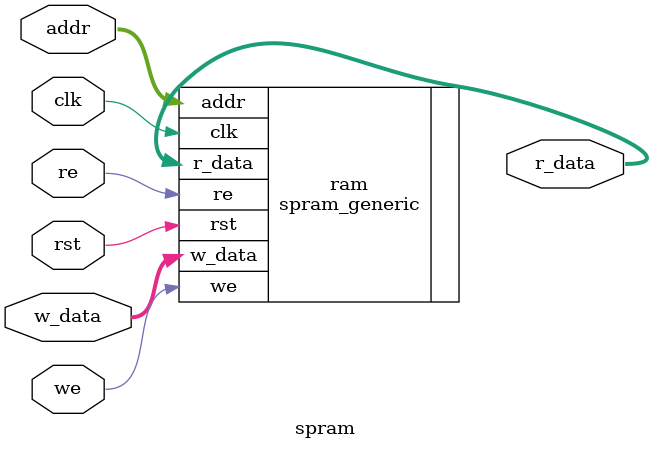
<source format=sv>
module spram #(
    parameter MemoryInitFile = "none",
    parameter MemoryPrimitive = "auto",
    parameter MemoryAddrCollision = "",
    parameter AddrBusWidth = 32,
    parameter DataBusWidth = 32,
    parameter MemSizeWords = 8
) (
    input  wire                    clk,
    input  wire                    rst,
    input  wire                    re,
    input  wire [AddrBusWidth-1:0] addr,
    input  wire                    we,
    input  wire [DataBusWidth-1:0] w_data,
    output reg  [DataBusWidth-1:0] r_data
);

localparam MemSizeBits = (MemSizeWords*DataBusWidth/8);

`ifdef VIVADO
xpm_memory_spram #(
    .ECC_MODE("no_ecc"),
    .MEMORY_PRIMITIVE(MemoryPrimitive),
    .MEMORY_SIZE(),
    .USE_MEM_INIT(MemoryInitFile != "none"),
    .MEMORY_INIT_FILE(MemoryInitFile),
    .SIM_ASSERT_CHK(1),
    .ADDR_WIDTH_A(AddrBusWidth),
    .WRITE_DATA_WIDTH_A(DataBusWidth),
    .READ_DATA_WIDTH_A(DataBusWidth),
    .BYTE_WRITE_WIDTH_A(DataBusWidth),
    .READ_LATENCY_A(1),
    .WRITE_MODE_A(MemoryAddrCollision == "yes" ? "write_first" : "read_first"),
    .WRITE_PROTECT(1),
    .MEMORY_SIZE(MemSizeBits)
) ram (
    .clka(clk),
    .rsta(rst),
    .ena(re | we),
    .wea(we),
    .addra(addr),
    .dina(w_data),
    .douta(r_data)
);
`else
spram_generic #(
    .MemoryInitFile(MemoryInitFile),
    .AddrBusWidth(AddrBusWidth),
    .DataBusWidth(DataBusWidth),
    .MemSizeWords(MemSizeWords)
) ram (
    .clk(clk), .rst(rst),
    .re(re), .addr(addr),
    .we(we), .w_data(w_data),
    .r_data(r_data)
);
`endif
endmodule

</source>
